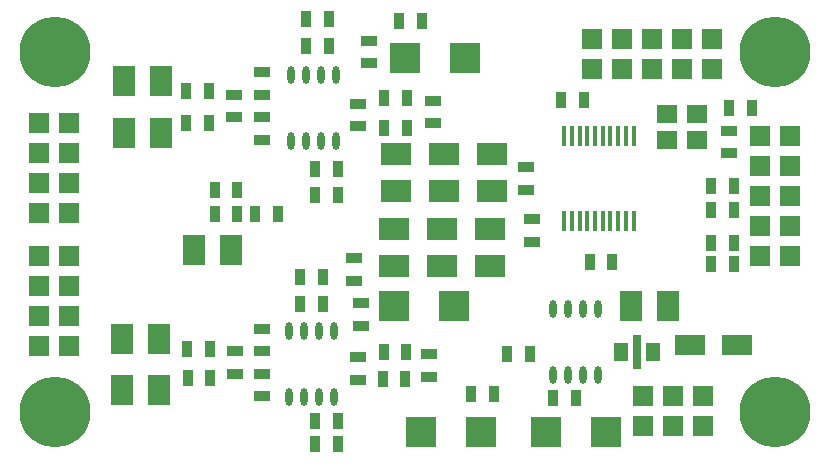
<source format=gbr>
G04 #@! TF.FileFunction,Soldermask,Bot*
%FSLAX46Y46*%
G04 Gerber Fmt 4.6, Leading zero omitted, Abs format (unit mm)*
G04 Created by KiCad (PCBNEW 0.201503110816+5502~22~ubuntu14.04.1-product) date St 11. březen 2015, 22:21:51 CET*
%MOMM*%
G01*
G04 APERTURE LIST*
%ADD10C,0.100000*%
%ADD11R,1.950720X2.499360*%
%ADD12R,1.397000X0.889000*%
%ADD13R,0.889000X1.397000*%
%ADD14R,2.550160X2.499360*%
%ADD15R,2.499360X1.950720*%
%ADD16R,2.499360X1.800860*%
%ADD17R,1.651000X1.651000*%
%ADD18O,0.609600X1.473200*%
%ADD19R,1.300000X1.500000*%
%ADD20R,0.700000X3.000000*%
%ADD21C,6.000000*%
%ADD22R,0.450000X1.750000*%
%ADD23R,1.700000X1.500000*%
G04 APERTURE END LIST*
D10*
D11*
X13868400Y6985000D03*
X10769600Y6985000D03*
X13868400Y11303000D03*
X10769600Y11303000D03*
X13995400Y28702000D03*
X10896600Y28702000D03*
X13995400Y33147000D03*
X10896600Y33147000D03*
D12*
X20320000Y8318500D03*
X20320000Y10223500D03*
X20193000Y30035500D03*
X20193000Y31940500D03*
D13*
X29019500Y2413000D03*
X27114500Y2413000D03*
X27749500Y16510000D03*
X25844500Y16510000D03*
X29019500Y23495000D03*
X27114500Y23495000D03*
X28257500Y38354000D03*
X26352500Y38354000D03*
D14*
X39735760Y35052000D03*
X34686240Y35052000D03*
X38846760Y14097000D03*
X33797240Y14097000D03*
D12*
X31623000Y34607500D03*
X31623000Y36512500D03*
X30988000Y14287500D03*
X30988000Y12382500D03*
X36703000Y8064500D03*
X36703000Y9969500D03*
X37084000Y29527500D03*
X37084000Y31432500D03*
D13*
X50355500Y17780000D03*
X52260500Y17780000D03*
X62166500Y30861000D03*
X64071500Y30861000D03*
X49847500Y31496000D03*
X47942500Y31496000D03*
X47231300Y6283960D03*
X49136300Y6283960D03*
D14*
X51673760Y3429000D03*
X46624240Y3429000D03*
D13*
X42227500Y6604000D03*
X40322500Y6604000D03*
D14*
X36083240Y3429000D03*
X41132760Y3429000D03*
D15*
X33909000Y26949400D03*
X33909000Y23850600D03*
X41910000Y17500600D03*
X41910000Y20599400D03*
D11*
X56921400Y14097000D03*
X53822600Y14097000D03*
D15*
X37973000Y26949400D03*
X37973000Y23850600D03*
X37846000Y17500600D03*
X37846000Y20599400D03*
X42037000Y26949400D03*
X42037000Y23850600D03*
X33782000Y17500600D03*
X33782000Y20599400D03*
D13*
X20510500Y23876000D03*
X18605500Y23876000D03*
D12*
X45466000Y21399500D03*
X45466000Y19494500D03*
X44968160Y23898860D03*
X44968160Y25803860D03*
D11*
X16865600Y18796000D03*
X19964400Y18796000D03*
D16*
X62831980Y10795000D03*
X58834020Y10795000D03*
D17*
X3683000Y13208000D03*
X6223000Y13208000D03*
X3683000Y18288000D03*
X3683000Y15748000D03*
X3683000Y10668000D03*
X6223000Y10668000D03*
X6223000Y15748000D03*
X6223000Y18288000D03*
X3683000Y24511000D03*
X6223000Y24511000D03*
X3683000Y29591000D03*
X3683000Y27051000D03*
X3683000Y21971000D03*
X6223000Y21971000D03*
X6223000Y27051000D03*
X6223000Y29591000D03*
X59944000Y6477000D03*
X57404000Y6477000D03*
X54864000Y6477000D03*
X54864000Y3937000D03*
X57404000Y3937000D03*
X59944000Y3937000D03*
X55626000Y34163000D03*
X55626000Y36703000D03*
X50546000Y34163000D03*
X53086000Y34163000D03*
X58166000Y34163000D03*
X58166000Y36703000D03*
X53086000Y36703000D03*
X50546000Y36703000D03*
X64770000Y20828000D03*
X67310000Y28448000D03*
X67310000Y23368000D03*
X64770000Y28448000D03*
X67310000Y18288000D03*
X67310000Y20828000D03*
X67310000Y25908000D03*
X64770000Y18288000D03*
X64770000Y25908000D03*
X64770000Y23368000D03*
D13*
X45275500Y10033000D03*
X43370500Y10033000D03*
X18224500Y8001000D03*
X16319500Y8001000D03*
X18181320Y10414000D03*
X16276320Y10414000D03*
X18097500Y29591000D03*
X16192500Y29591000D03*
X18097500Y32258000D03*
X16192500Y32258000D03*
D12*
X22606000Y6413500D03*
X22606000Y8318500D03*
X22606000Y12128500D03*
X22606000Y10223500D03*
X22606000Y28130500D03*
X22606000Y30035500D03*
X22606000Y33845500D03*
X22606000Y31940500D03*
X30734000Y7810500D03*
X30734000Y9715500D03*
X30734000Y29273500D03*
X30734000Y31178500D03*
D13*
X29019500Y4318000D03*
X27114500Y4318000D03*
X27749500Y14224000D03*
X25844500Y14224000D03*
X29019500Y25654000D03*
X27114500Y25654000D03*
X28257500Y36068000D03*
X26352500Y36068000D03*
X34734500Y7874000D03*
X32829500Y7874000D03*
X34810700Y10218420D03*
X32905700Y10218420D03*
X34841180Y29182060D03*
X32936180Y29182060D03*
X34841180Y31724600D03*
X32936180Y31724600D03*
D12*
X62103000Y28892500D03*
X62103000Y26987500D03*
D13*
X60642500Y24257000D03*
X62547500Y24257000D03*
X60642500Y22225000D03*
X62547500Y22225000D03*
X60642500Y19431000D03*
X62547500Y19431000D03*
X60642500Y17653000D03*
X62547500Y17653000D03*
X23939500Y21844000D03*
X22034500Y21844000D03*
X20510500Y21844000D03*
X18605500Y21844000D03*
D18*
X28702000Y6350000D03*
X27432000Y6350000D03*
X26162000Y6350000D03*
X24892000Y6350000D03*
X24892000Y11938000D03*
X26162000Y11938000D03*
X27432000Y11938000D03*
X28702000Y11938000D03*
X28829000Y28067000D03*
X27559000Y28067000D03*
X26289000Y28067000D03*
X25019000Y28067000D03*
X25019000Y33655000D03*
X26289000Y33655000D03*
X27559000Y33655000D03*
X28829000Y33655000D03*
X47244000Y13843000D03*
X48514000Y13843000D03*
X49784000Y13843000D03*
X51054000Y13843000D03*
X51054000Y8255000D03*
X49784000Y8255000D03*
X48514000Y8255000D03*
X47244000Y8255000D03*
D19*
X55706000Y10160000D03*
D20*
X54356000Y10160000D03*
D19*
X53006000Y10160000D03*
D21*
X66040000Y35560000D03*
X66040000Y5080000D03*
X5080000Y5080000D03*
X5080000Y35560000D03*
D22*
X48192500Y28492000D03*
X48842500Y28492000D03*
X49492500Y28492000D03*
X50142500Y28492000D03*
X50792500Y28492000D03*
X51442500Y28492000D03*
X52092500Y28492000D03*
X52742500Y28492000D03*
X53392500Y28492000D03*
X54042500Y28492000D03*
X54042500Y21292000D03*
X53392500Y21292000D03*
X52742500Y21292000D03*
X52092500Y21292000D03*
X51442500Y21292000D03*
X50792500Y21292000D03*
X50142500Y21292000D03*
X49492500Y21292000D03*
X48842500Y21292000D03*
X48192500Y21292000D03*
D23*
X59436000Y28110000D03*
X56896000Y28110000D03*
X56896000Y30310000D03*
X59436000Y30310000D03*
D13*
X36131500Y38227000D03*
X34226500Y38227000D03*
D12*
X30353000Y18097500D03*
X30353000Y16192500D03*
D17*
X60706000Y34163000D03*
X60706000Y36703000D03*
M02*

</source>
